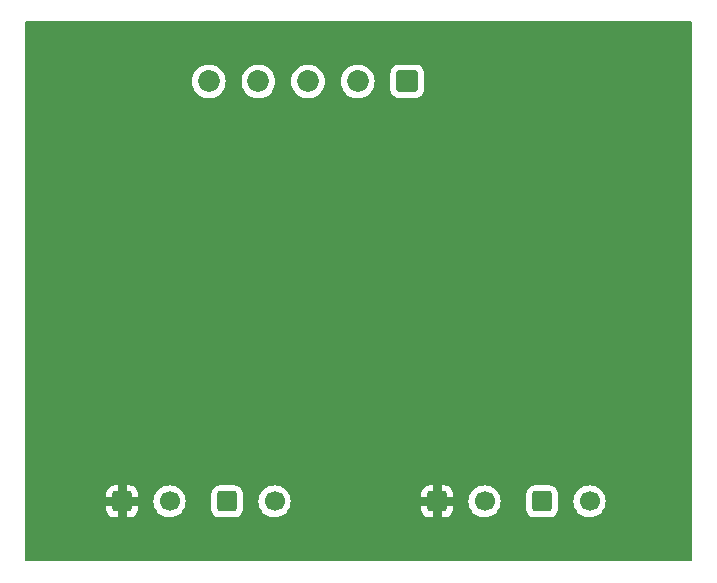
<source format=gbr>
G04 #@! TF.GenerationSoftware,KiCad,Pcbnew,7.0.10-7.0.10~ubuntu22.04.1*
G04 #@! TF.CreationDate,2024-03-13T13:14:23+01:00*
G04 #@! TF.ProjectId,vetrnik-H-bridge,76657472-6e69-46b2-9d48-2d6272696467,rev?*
G04 #@! TF.SameCoordinates,PX60e4b00PY791ddc0*
G04 #@! TF.FileFunction,Copper,L2,Bot*
G04 #@! TF.FilePolarity,Positive*
%FSLAX46Y46*%
G04 Gerber Fmt 4.6, Leading zero omitted, Abs format (unit mm)*
G04 Created by KiCad (PCBNEW 7.0.10-7.0.10~ubuntu22.04.1) date 2024-03-13 13:14:23*
%MOMM*%
%LPD*%
G01*
G04 APERTURE LIST*
G04 Aperture macros list*
%AMRoundRect*
0 Rectangle with rounded corners*
0 $1 Rounding radius*
0 $2 $3 $4 $5 $6 $7 $8 $9 X,Y pos of 4 corners*
0 Add a 4 corners polygon primitive as box body*
4,1,4,$2,$3,$4,$5,$6,$7,$8,$9,$2,$3,0*
0 Add four circle primitives for the rounded corners*
1,1,$1+$1,$2,$3*
1,1,$1+$1,$4,$5*
1,1,$1+$1,$6,$7*
1,1,$1+$1,$8,$9*
0 Add four rect primitives between the rounded corners*
20,1,$1+$1,$2,$3,$4,$5,0*
20,1,$1+$1,$4,$5,$6,$7,0*
20,1,$1+$1,$6,$7,$8,$9,0*
20,1,$1+$1,$8,$9,$2,$3,0*%
G04 Aperture macros list end*
G04 #@! TA.AperFunction,ComponentPad*
%ADD10RoundRect,0.250000X-0.600000X-0.600000X0.600000X-0.600000X0.600000X0.600000X-0.600000X0.600000X0*%
G04 #@! TD*
G04 #@! TA.AperFunction,ComponentPad*
%ADD11C,1.700000*%
G04 #@! TD*
G04 #@! TA.AperFunction,ComponentPad*
%ADD12RoundRect,0.250000X0.675000X0.675000X-0.675000X0.675000X-0.675000X-0.675000X0.675000X-0.675000X0*%
G04 #@! TD*
G04 #@! TA.AperFunction,ComponentPad*
%ADD13C,1.850000*%
G04 #@! TD*
G04 #@! TA.AperFunction,ViaPad*
%ADD14C,1.300000*%
G04 #@! TD*
G04 APERTURE END LIST*
D10*
G04 #@! TO.P,J5,1,Pin_1*
G04 #@! TO.N,GNDPWR*
X35560000Y12700000D03*
D11*
G04 #@! TO.P,J5,2,Pin_2*
G04 #@! TO.N,Net-(D15-A)*
X39560000Y12700000D03*
G04 #@! TD*
D10*
G04 #@! TO.P,J2,1,Pin_1*
G04 #@! TO.N,/AC1*
X17780000Y12700000D03*
D11*
G04 #@! TO.P,J2,2,Pin_2*
G04 #@! TO.N,Net-(D12-A)*
X21780000Y12700000D03*
G04 #@! TD*
D10*
G04 #@! TO.P,J4,1,Pin_1*
G04 #@! TO.N,/AC2*
X44450000Y12700000D03*
D11*
G04 #@! TO.P,J4,2,Pin_2*
G04 #@! TO.N,Net-(D14-A)*
X48450000Y12700000D03*
G04 #@! TD*
D12*
G04 #@! TO.P,J1,1,Pin_1*
G04 #@! TO.N,Net-(D1-A)*
X33020000Y48260000D03*
D13*
G04 #@! TO.P,J1,2,Pin_2*
G04 #@! TO.N,/CONN_IN2*
X28820000Y48260000D03*
G04 #@! TO.P,J1,3,Pin_3*
G04 #@! TO.N,/CONN_~{SD}*
X24620000Y48260000D03*
G04 #@! TO.P,J1,4,Pin_4*
G04 #@! TO.N,/CONN_IN1*
X20420000Y48260000D03*
G04 #@! TO.P,J1,5,Pin_5*
G04 #@! TO.N,+12P*
X16220000Y48260000D03*
G04 #@! TD*
D10*
G04 #@! TO.P,J3,1,Pin_1*
G04 #@! TO.N,GNDPWR*
X8890000Y12700000D03*
D11*
G04 #@! TO.P,J3,2,Pin_2*
G04 #@! TO.N,Net-(D13-A)*
X12890000Y12700000D03*
G04 #@! TD*
D14*
G04 #@! TO.N,GNDPWR*
X35280000Y41910000D03*
X6350000Y25400000D03*
X33020000Y25400000D03*
X6350000Y12700000D03*
X13970000Y45720000D03*
X33020000Y12700000D03*
G04 #@! TD*
G04 #@! TA.AperFunction,Conductor*
G04 #@! TO.N,GNDPWR*
G36*
X57093039Y53320315D02*
G01*
X57138794Y53267511D01*
X57150000Y53216000D01*
X57150000Y7744000D01*
X57130315Y7676961D01*
X57077511Y7631206D01*
X57026000Y7620000D01*
X759000Y7620000D01*
X691961Y7639685D01*
X646206Y7692489D01*
X635000Y7744000D01*
X635000Y12300000D01*
X7540001Y12300000D01*
X7540001Y12050014D01*
X7550494Y11947303D01*
X7605641Y11780881D01*
X7605643Y11780876D01*
X7697684Y11631655D01*
X7821654Y11507685D01*
X7970875Y11415644D01*
X7970880Y11415642D01*
X8137302Y11360495D01*
X8137309Y11360494D01*
X8240019Y11350001D01*
X8489999Y11350001D01*
X8490000Y11350002D01*
X8490000Y12300000D01*
X9290000Y12300000D01*
X9290000Y11350001D01*
X9539972Y11350001D01*
X9539986Y11350002D01*
X9642697Y11360495D01*
X9809119Y11415642D01*
X9809124Y11415644D01*
X9958345Y11507685D01*
X10082315Y11631655D01*
X10174356Y11780876D01*
X10174358Y11780881D01*
X10229505Y11947303D01*
X10229506Y11947310D01*
X10239999Y12050014D01*
X10240000Y12050027D01*
X10240000Y12300000D01*
X9290000Y12300000D01*
X8490000Y12300000D01*
X7540001Y12300000D01*
X635000Y12300000D01*
X635000Y12670698D01*
X8536372Y12670698D01*
X8565047Y12557462D01*
X8628936Y12459673D01*
X8721115Y12387928D01*
X8831595Y12350000D01*
X8919005Y12350000D01*
X9005216Y12364386D01*
X9107947Y12419981D01*
X9187060Y12505921D01*
X9233982Y12612892D01*
X9241200Y12700000D01*
X11534341Y12700000D01*
X11554936Y12464597D01*
X11554938Y12464587D01*
X11616094Y12236345D01*
X11616096Y12236341D01*
X11616097Y12236337D01*
X11702975Y12050027D01*
X11715965Y12022170D01*
X11715967Y12022166D01*
X11824281Y11867479D01*
X11851505Y11828599D01*
X12018599Y11661505D01*
X12061675Y11631343D01*
X12212165Y11525968D01*
X12212167Y11525967D01*
X12212170Y11525965D01*
X12426337Y11426097D01*
X12426343Y11426096D01*
X12426344Y11426095D01*
X12465356Y11415642D01*
X12654592Y11364937D01*
X12831034Y11349500D01*
X12889999Y11344341D01*
X12890000Y11344341D01*
X12890001Y11344341D01*
X12948966Y11349500D01*
X13125408Y11364937D01*
X13353663Y11426097D01*
X13567830Y11525965D01*
X13761401Y11661505D01*
X13928495Y11828599D01*
X14064035Y12022170D01*
X14077012Y12049999D01*
X16429500Y12049999D01*
X16429501Y12049982D01*
X16440000Y11947204D01*
X16440001Y11947201D01*
X16479303Y11828598D01*
X16495186Y11780666D01*
X16587288Y11631344D01*
X16711344Y11507288D01*
X16860666Y11415186D01*
X17027203Y11360001D01*
X17129991Y11349500D01*
X18430008Y11349501D01*
X18532797Y11360001D01*
X18699334Y11415186D01*
X18848656Y11507288D01*
X18972712Y11631344D01*
X19064814Y11780666D01*
X19119999Y11947203D01*
X19130500Y12049991D01*
X19130499Y12700000D01*
X20424341Y12700000D01*
X20444936Y12464597D01*
X20444938Y12464587D01*
X20506094Y12236345D01*
X20506096Y12236341D01*
X20506097Y12236337D01*
X20592975Y12050027D01*
X20605965Y12022170D01*
X20605967Y12022166D01*
X20714281Y11867479D01*
X20741505Y11828599D01*
X20908599Y11661505D01*
X20951675Y11631343D01*
X21102165Y11525968D01*
X21102167Y11525967D01*
X21102170Y11525965D01*
X21316337Y11426097D01*
X21316343Y11426096D01*
X21316344Y11426095D01*
X21355356Y11415642D01*
X21544592Y11364937D01*
X21721034Y11349500D01*
X21779999Y11344341D01*
X21780000Y11344341D01*
X21780001Y11344341D01*
X21838966Y11349500D01*
X22015408Y11364937D01*
X22243663Y11426097D01*
X22457830Y11525965D01*
X22651401Y11661505D01*
X22818495Y11828599D01*
X22954035Y12022170D01*
X23053903Y12236337D01*
X23070961Y12300000D01*
X34210001Y12300000D01*
X34210001Y12050014D01*
X34220494Y11947303D01*
X34275641Y11780881D01*
X34275643Y11780876D01*
X34367684Y11631655D01*
X34491654Y11507685D01*
X34640875Y11415644D01*
X34640880Y11415642D01*
X34807302Y11360495D01*
X34807309Y11360494D01*
X34910019Y11350001D01*
X35159999Y11350001D01*
X35160000Y11350002D01*
X35160000Y12300000D01*
X35960000Y12300000D01*
X35960000Y11350001D01*
X36209972Y11350001D01*
X36209986Y11350002D01*
X36312697Y11360495D01*
X36479119Y11415642D01*
X36479124Y11415644D01*
X36628345Y11507685D01*
X36752315Y11631655D01*
X36844356Y11780876D01*
X36844358Y11780881D01*
X36899505Y11947303D01*
X36899506Y11947310D01*
X36909999Y12050014D01*
X36910000Y12050027D01*
X36910000Y12300000D01*
X35960000Y12300000D01*
X35160000Y12300000D01*
X34210001Y12300000D01*
X23070961Y12300000D01*
X23115063Y12464592D01*
X23133095Y12670698D01*
X35206372Y12670698D01*
X35235047Y12557462D01*
X35298936Y12459673D01*
X35391115Y12387928D01*
X35501595Y12350000D01*
X35589005Y12350000D01*
X35675216Y12364386D01*
X35777947Y12419981D01*
X35857060Y12505921D01*
X35903982Y12612892D01*
X35911200Y12700000D01*
X38204341Y12700000D01*
X38224936Y12464597D01*
X38224938Y12464587D01*
X38286094Y12236345D01*
X38286096Y12236341D01*
X38286097Y12236337D01*
X38372975Y12050027D01*
X38385965Y12022170D01*
X38385967Y12022166D01*
X38494281Y11867479D01*
X38521505Y11828599D01*
X38688599Y11661505D01*
X38731675Y11631343D01*
X38882165Y11525968D01*
X38882167Y11525967D01*
X38882170Y11525965D01*
X39096337Y11426097D01*
X39096343Y11426096D01*
X39096344Y11426095D01*
X39135356Y11415642D01*
X39324592Y11364937D01*
X39501034Y11349500D01*
X39559999Y11344341D01*
X39560000Y11344341D01*
X39560001Y11344341D01*
X39618966Y11349500D01*
X39795408Y11364937D01*
X40023663Y11426097D01*
X40237830Y11525965D01*
X40431401Y11661505D01*
X40598495Y11828599D01*
X40734035Y12022170D01*
X40747012Y12049999D01*
X43099500Y12049999D01*
X43099501Y12049982D01*
X43110000Y11947204D01*
X43110001Y11947201D01*
X43149303Y11828598D01*
X43165186Y11780666D01*
X43257288Y11631344D01*
X43381344Y11507288D01*
X43530666Y11415186D01*
X43697203Y11360001D01*
X43799991Y11349500D01*
X45100008Y11349501D01*
X45202797Y11360001D01*
X45369334Y11415186D01*
X45518656Y11507288D01*
X45642712Y11631344D01*
X45734814Y11780666D01*
X45789999Y11947203D01*
X45800500Y12049991D01*
X45800499Y12700000D01*
X47094341Y12700000D01*
X47114936Y12464597D01*
X47114938Y12464587D01*
X47176094Y12236345D01*
X47176096Y12236341D01*
X47176097Y12236337D01*
X47262975Y12050027D01*
X47275965Y12022170D01*
X47275967Y12022166D01*
X47384281Y11867479D01*
X47411505Y11828599D01*
X47578599Y11661505D01*
X47621675Y11631343D01*
X47772165Y11525968D01*
X47772167Y11525967D01*
X47772170Y11525965D01*
X47986337Y11426097D01*
X47986343Y11426096D01*
X47986344Y11426095D01*
X48025356Y11415642D01*
X48214592Y11364937D01*
X48391034Y11349500D01*
X48449999Y11344341D01*
X48450000Y11344341D01*
X48450001Y11344341D01*
X48508966Y11349500D01*
X48685408Y11364937D01*
X48913663Y11426097D01*
X49127830Y11525965D01*
X49321401Y11661505D01*
X49488495Y11828599D01*
X49624035Y12022170D01*
X49723903Y12236337D01*
X49785063Y12464592D01*
X49805659Y12700000D01*
X49785063Y12935408D01*
X49723903Y13163663D01*
X49624035Y13377829D01*
X49571617Y13452691D01*
X49488494Y13571403D01*
X49321402Y13738494D01*
X49321395Y13738499D01*
X49127834Y13874033D01*
X49127830Y13874035D01*
X49087777Y13892712D01*
X48913663Y13973903D01*
X48913659Y13973904D01*
X48913655Y13973906D01*
X48685413Y14035062D01*
X48685403Y14035064D01*
X48450001Y14055659D01*
X48449999Y14055659D01*
X48214596Y14035064D01*
X48214586Y14035062D01*
X47986344Y13973906D01*
X47986335Y13973902D01*
X47772171Y13874036D01*
X47772169Y13874035D01*
X47578597Y13738495D01*
X47411505Y13571403D01*
X47275965Y13377831D01*
X47275964Y13377829D01*
X47176098Y13163665D01*
X47176094Y13163656D01*
X47114938Y12935414D01*
X47114936Y12935404D01*
X47094341Y12700001D01*
X47094341Y12700000D01*
X45800499Y12700000D01*
X45800499Y13350008D01*
X45789999Y13452797D01*
X45734814Y13619334D01*
X45642712Y13768656D01*
X45518656Y13892712D01*
X45425888Y13949931D01*
X45369336Y13984813D01*
X45369331Y13984815D01*
X45367862Y13985302D01*
X45202797Y14039999D01*
X45202795Y14040000D01*
X45100010Y14050500D01*
X43799998Y14050500D01*
X43799981Y14050499D01*
X43697203Y14040000D01*
X43697200Y14039999D01*
X43530668Y13984815D01*
X43530663Y13984813D01*
X43381342Y13892711D01*
X43257289Y13768658D01*
X43165187Y13619337D01*
X43165185Y13619332D01*
X43137349Y13535330D01*
X43110001Y13452797D01*
X43110001Y13452796D01*
X43110000Y13452796D01*
X43099500Y13350017D01*
X43099500Y12049999D01*
X40747012Y12049999D01*
X40833903Y12236337D01*
X40895063Y12464592D01*
X40915659Y12700000D01*
X40895063Y12935408D01*
X40833903Y13163663D01*
X40734035Y13377829D01*
X40681617Y13452691D01*
X40598494Y13571403D01*
X40431402Y13738494D01*
X40431395Y13738499D01*
X40237834Y13874033D01*
X40237830Y13874035D01*
X40197777Y13892712D01*
X40023663Y13973903D01*
X40023659Y13973904D01*
X40023655Y13973906D01*
X39795413Y14035062D01*
X39795403Y14035064D01*
X39560001Y14055659D01*
X39559999Y14055659D01*
X39324596Y14035064D01*
X39324586Y14035062D01*
X39096344Y13973906D01*
X39096335Y13973902D01*
X38882171Y13874036D01*
X38882169Y13874035D01*
X38688597Y13738495D01*
X38521505Y13571403D01*
X38385965Y13377831D01*
X38385964Y13377829D01*
X38286098Y13163665D01*
X38286094Y13163656D01*
X38224938Y12935414D01*
X38224936Y12935404D01*
X38204341Y12700001D01*
X38204341Y12700000D01*
X35911200Y12700000D01*
X35913628Y12729302D01*
X35884953Y12842538D01*
X35821064Y12940327D01*
X35728885Y13012072D01*
X35618405Y13050000D01*
X35530995Y13050000D01*
X35444784Y13035614D01*
X35342053Y12980019D01*
X35262940Y12894079D01*
X35216018Y12787108D01*
X35206372Y12670698D01*
X23133095Y12670698D01*
X23135659Y12700000D01*
X23115063Y12935408D01*
X23070961Y13100000D01*
X34210000Y13100000D01*
X35160000Y13100000D01*
X35160000Y14050000D01*
X35960000Y14050000D01*
X35960000Y13100000D01*
X36909999Y13100000D01*
X36909999Y13349972D01*
X36909998Y13349987D01*
X36899505Y13452698D01*
X36844358Y13619120D01*
X36844356Y13619125D01*
X36752315Y13768346D01*
X36628345Y13892316D01*
X36479124Y13984357D01*
X36479119Y13984359D01*
X36312697Y14039506D01*
X36312690Y14039507D01*
X36209986Y14050000D01*
X35960000Y14050000D01*
X35160000Y14050000D01*
X34910029Y14050000D01*
X34910012Y14049999D01*
X34807302Y14039506D01*
X34640880Y13984359D01*
X34640875Y13984357D01*
X34491654Y13892316D01*
X34367684Y13768346D01*
X34275643Y13619125D01*
X34275641Y13619120D01*
X34220494Y13452698D01*
X34220493Y13452691D01*
X34210000Y13349987D01*
X34210000Y13100000D01*
X23070961Y13100000D01*
X23053903Y13163663D01*
X22954035Y13377829D01*
X22901617Y13452691D01*
X22818494Y13571403D01*
X22651402Y13738494D01*
X22651395Y13738499D01*
X22457834Y13874033D01*
X22457830Y13874035D01*
X22417777Y13892712D01*
X22243663Y13973903D01*
X22243659Y13973904D01*
X22243655Y13973906D01*
X22015413Y14035062D01*
X22015403Y14035064D01*
X21780001Y14055659D01*
X21779999Y14055659D01*
X21544596Y14035064D01*
X21544586Y14035062D01*
X21316344Y13973906D01*
X21316335Y13973902D01*
X21102171Y13874036D01*
X21102169Y13874035D01*
X20908597Y13738495D01*
X20741505Y13571403D01*
X20605965Y13377831D01*
X20605964Y13377829D01*
X20506098Y13163665D01*
X20506094Y13163656D01*
X20444938Y12935414D01*
X20444936Y12935404D01*
X20424341Y12700001D01*
X20424341Y12700000D01*
X19130499Y12700000D01*
X19130499Y13350008D01*
X19119999Y13452797D01*
X19064814Y13619334D01*
X18972712Y13768656D01*
X18848656Y13892712D01*
X18755888Y13949931D01*
X18699336Y13984813D01*
X18699331Y13984815D01*
X18697862Y13985302D01*
X18532797Y14039999D01*
X18532795Y14040000D01*
X18430010Y14050500D01*
X17129998Y14050500D01*
X17129981Y14050499D01*
X17027203Y14040000D01*
X17027200Y14039999D01*
X16860668Y13984815D01*
X16860663Y13984813D01*
X16711342Y13892711D01*
X16587289Y13768658D01*
X16495187Y13619337D01*
X16495185Y13619332D01*
X16467349Y13535330D01*
X16440001Y13452797D01*
X16440001Y13452796D01*
X16440000Y13452796D01*
X16429500Y13350017D01*
X16429500Y12049999D01*
X14077012Y12049999D01*
X14163903Y12236337D01*
X14225063Y12464592D01*
X14245659Y12700000D01*
X14225063Y12935408D01*
X14163903Y13163663D01*
X14064035Y13377829D01*
X14011617Y13452691D01*
X13928494Y13571403D01*
X13761402Y13738494D01*
X13761395Y13738499D01*
X13567834Y13874033D01*
X13567830Y13874035D01*
X13527777Y13892712D01*
X13353663Y13973903D01*
X13353659Y13973904D01*
X13353655Y13973906D01*
X13125413Y14035062D01*
X13125403Y14035064D01*
X12890001Y14055659D01*
X12889999Y14055659D01*
X12654596Y14035064D01*
X12654586Y14035062D01*
X12426344Y13973906D01*
X12426335Y13973902D01*
X12212171Y13874036D01*
X12212169Y13874035D01*
X12018597Y13738495D01*
X11851505Y13571403D01*
X11715965Y13377831D01*
X11715964Y13377829D01*
X11616098Y13163665D01*
X11616094Y13163656D01*
X11554938Y12935414D01*
X11554936Y12935404D01*
X11534341Y12700001D01*
X11534341Y12700000D01*
X9241200Y12700000D01*
X9243628Y12729302D01*
X9214953Y12842538D01*
X9151064Y12940327D01*
X9058885Y13012072D01*
X8948405Y13050000D01*
X8860995Y13050000D01*
X8774784Y13035614D01*
X8672053Y12980019D01*
X8592940Y12894079D01*
X8546018Y12787108D01*
X8536372Y12670698D01*
X635000Y12670698D01*
X635000Y13100000D01*
X7540000Y13100000D01*
X8490000Y13100000D01*
X8490000Y14050000D01*
X9290000Y14050000D01*
X9290000Y13100000D01*
X10239999Y13100000D01*
X10239999Y13349972D01*
X10239998Y13349987D01*
X10229505Y13452698D01*
X10174358Y13619120D01*
X10174356Y13619125D01*
X10082315Y13768346D01*
X9958345Y13892316D01*
X9809124Y13984357D01*
X9809119Y13984359D01*
X9642697Y14039506D01*
X9642690Y14039507D01*
X9539986Y14050000D01*
X9290000Y14050000D01*
X8490000Y14050000D01*
X8240029Y14050000D01*
X8240012Y14049999D01*
X8137302Y14039506D01*
X7970880Y13984359D01*
X7970875Y13984357D01*
X7821654Y13892316D01*
X7697684Y13768346D01*
X7605643Y13619125D01*
X7605641Y13619120D01*
X7550494Y13452698D01*
X7550493Y13452691D01*
X7540000Y13349987D01*
X7540000Y13100000D01*
X635000Y13100000D01*
X635000Y48259995D01*
X14789615Y48259995D01*
X14809123Y48024570D01*
X14867117Y47795555D01*
X14962013Y47579213D01*
X15091225Y47381438D01*
X15197802Y47265666D01*
X15251227Y47207632D01*
X15437654Y47062530D01*
X15645421Y46950092D01*
X15868861Y46873384D01*
X16101880Y46834500D01*
X16101881Y46834500D01*
X16338119Y46834500D01*
X16338120Y46834500D01*
X16571139Y46873384D01*
X16794579Y46950092D01*
X17002346Y47062530D01*
X17188773Y47207632D01*
X17348775Y47381439D01*
X17477986Y47579212D01*
X17572883Y47795555D01*
X17630876Y48024566D01*
X17650385Y48259995D01*
X18989615Y48259995D01*
X19009123Y48024570D01*
X19067117Y47795555D01*
X19162013Y47579213D01*
X19291225Y47381438D01*
X19397802Y47265666D01*
X19451227Y47207632D01*
X19637654Y47062530D01*
X19845421Y46950092D01*
X20068861Y46873384D01*
X20301880Y46834500D01*
X20301881Y46834500D01*
X20538119Y46834500D01*
X20538120Y46834500D01*
X20771139Y46873384D01*
X20994579Y46950092D01*
X21202346Y47062530D01*
X21388773Y47207632D01*
X21548775Y47381439D01*
X21677986Y47579212D01*
X21772883Y47795555D01*
X21830876Y48024566D01*
X21850385Y48259995D01*
X23189615Y48259995D01*
X23209123Y48024570D01*
X23267117Y47795555D01*
X23362013Y47579213D01*
X23491225Y47381438D01*
X23597802Y47265666D01*
X23651227Y47207632D01*
X23837654Y47062530D01*
X24045421Y46950092D01*
X24268861Y46873384D01*
X24501880Y46834500D01*
X24501881Y46834500D01*
X24738119Y46834500D01*
X24738120Y46834500D01*
X24971139Y46873384D01*
X25194579Y46950092D01*
X25402346Y47062530D01*
X25588773Y47207632D01*
X25748775Y47381439D01*
X25877986Y47579212D01*
X25972883Y47795555D01*
X26030876Y48024566D01*
X26050385Y48259995D01*
X27389615Y48259995D01*
X27409123Y48024570D01*
X27467117Y47795555D01*
X27562013Y47579213D01*
X27691225Y47381438D01*
X27797802Y47265666D01*
X27851227Y47207632D01*
X28037654Y47062530D01*
X28245421Y46950092D01*
X28468861Y46873384D01*
X28701880Y46834500D01*
X28701881Y46834500D01*
X28938119Y46834500D01*
X28938120Y46834500D01*
X29171139Y46873384D01*
X29394579Y46950092D01*
X29602346Y47062530D01*
X29788773Y47207632D01*
X29948775Y47381439D01*
X30049100Y47534999D01*
X31594500Y47534999D01*
X31594501Y47534982D01*
X31605000Y47432204D01*
X31605001Y47432201D01*
X31660185Y47265669D01*
X31660186Y47265666D01*
X31752288Y47116344D01*
X31876344Y46992288D01*
X32025666Y46900186D01*
X32192203Y46845001D01*
X32294991Y46834500D01*
X33745008Y46834501D01*
X33847797Y46845001D01*
X34014334Y46900186D01*
X34163656Y46992288D01*
X34287712Y47116344D01*
X34379814Y47265666D01*
X34434999Y47432203D01*
X34445500Y47534991D01*
X34445499Y48985008D01*
X34434999Y49087797D01*
X34379814Y49254334D01*
X34287712Y49403656D01*
X34163656Y49527712D01*
X34014334Y49619814D01*
X33847797Y49674999D01*
X33847795Y49675000D01*
X33745010Y49685500D01*
X32294998Y49685500D01*
X32294981Y49685499D01*
X32192203Y49675000D01*
X32192200Y49674999D01*
X32025668Y49619815D01*
X32025663Y49619813D01*
X31876342Y49527711D01*
X31752289Y49403658D01*
X31660187Y49254337D01*
X31660186Y49254334D01*
X31605001Y49087797D01*
X31605001Y49087796D01*
X31605000Y49087796D01*
X31594500Y48985017D01*
X31594500Y47534999D01*
X30049100Y47534999D01*
X30077986Y47579212D01*
X30172883Y47795555D01*
X30230876Y48024566D01*
X30250385Y48260000D01*
X30230876Y48495434D01*
X30172883Y48724445D01*
X30077986Y48940788D01*
X30049089Y48985019D01*
X29948774Y49138563D01*
X29788776Y49312365D01*
X29788775Y49312366D01*
X29788773Y49312368D01*
X29671484Y49403658D01*
X29602348Y49457469D01*
X29394580Y49569908D01*
X29394571Y49569911D01*
X29171141Y49646616D01*
X29001043Y49675000D01*
X28938120Y49685500D01*
X28701880Y49685500D01*
X28643625Y49675779D01*
X28468858Y49646616D01*
X28245428Y49569911D01*
X28245419Y49569908D01*
X28037651Y49457469D01*
X27851228Y49312369D01*
X27851223Y49312365D01*
X27691225Y49138563D01*
X27562013Y48940788D01*
X27467117Y48724446D01*
X27409123Y48495431D01*
X27389615Y48260006D01*
X27389615Y48259995D01*
X26050385Y48259995D01*
X26050385Y48260000D01*
X26030876Y48495434D01*
X25972883Y48724445D01*
X25877986Y48940788D01*
X25849089Y48985019D01*
X25748774Y49138563D01*
X25588776Y49312365D01*
X25588775Y49312366D01*
X25588773Y49312368D01*
X25471484Y49403658D01*
X25402348Y49457469D01*
X25194580Y49569908D01*
X25194571Y49569911D01*
X24971141Y49646616D01*
X24801043Y49675000D01*
X24738120Y49685500D01*
X24501880Y49685500D01*
X24443625Y49675779D01*
X24268858Y49646616D01*
X24045428Y49569911D01*
X24045419Y49569908D01*
X23837651Y49457469D01*
X23651228Y49312369D01*
X23651223Y49312365D01*
X23491225Y49138563D01*
X23362013Y48940788D01*
X23267117Y48724446D01*
X23209123Y48495431D01*
X23189615Y48260006D01*
X23189615Y48259995D01*
X21850385Y48259995D01*
X21850385Y48260000D01*
X21830876Y48495434D01*
X21772883Y48724445D01*
X21677986Y48940788D01*
X21649089Y48985019D01*
X21548774Y49138563D01*
X21388776Y49312365D01*
X21388775Y49312366D01*
X21388773Y49312368D01*
X21271484Y49403658D01*
X21202348Y49457469D01*
X20994580Y49569908D01*
X20994571Y49569911D01*
X20771141Y49646616D01*
X20601043Y49675000D01*
X20538120Y49685500D01*
X20301880Y49685500D01*
X20243625Y49675779D01*
X20068858Y49646616D01*
X19845428Y49569911D01*
X19845419Y49569908D01*
X19637651Y49457469D01*
X19451228Y49312369D01*
X19451223Y49312365D01*
X19291225Y49138563D01*
X19162013Y48940788D01*
X19067117Y48724446D01*
X19009123Y48495431D01*
X18989615Y48260006D01*
X18989615Y48259995D01*
X17650385Y48259995D01*
X17650385Y48260000D01*
X17630876Y48495434D01*
X17572883Y48724445D01*
X17477986Y48940788D01*
X17449089Y48985019D01*
X17348774Y49138563D01*
X17188776Y49312365D01*
X17188775Y49312366D01*
X17188773Y49312368D01*
X17071484Y49403658D01*
X17002348Y49457469D01*
X16794580Y49569908D01*
X16794571Y49569911D01*
X16571141Y49646616D01*
X16401043Y49675000D01*
X16338120Y49685500D01*
X16101880Y49685500D01*
X16043625Y49675779D01*
X15868858Y49646616D01*
X15645428Y49569911D01*
X15645419Y49569908D01*
X15437651Y49457469D01*
X15251228Y49312369D01*
X15251223Y49312365D01*
X15091225Y49138563D01*
X14962013Y48940788D01*
X14867117Y48724446D01*
X14809123Y48495431D01*
X14789615Y48260006D01*
X14789615Y48259995D01*
X635000Y48259995D01*
X635000Y53216000D01*
X654685Y53283039D01*
X707489Y53328794D01*
X759000Y53340000D01*
X57026000Y53340000D01*
X57093039Y53320315D01*
G37*
G04 #@! TD.AperFunction*
G04 #@! TD*
M02*

</source>
